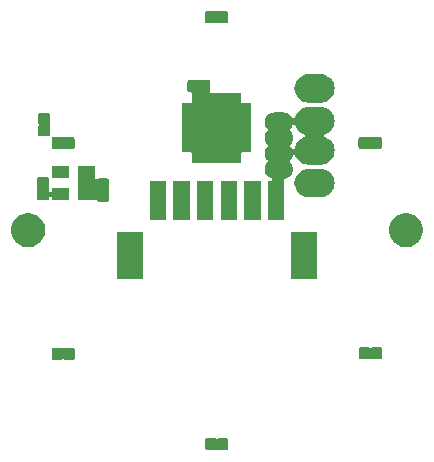
<source format=gbr>
G04 #@! TF.GenerationSoftware,KiCad,Pcbnew,5.0.1-33cea8e~67~ubuntu16.04.1*
G04 #@! TF.CreationDate,2018-10-18T10:50:00-04:00*
G04 #@! TF.ProjectId,MQP Kat Foot Sensors,4D5150204B617420466F6F742053656E,rev?*
G04 #@! TF.SameCoordinates,Original*
G04 #@! TF.FileFunction,Soldermask,Top*
G04 #@! TF.FilePolarity,Negative*
%FSLAX46Y46*%
G04 Gerber Fmt 4.6, Leading zero omitted, Abs format (unit mm)*
G04 Created by KiCad (PCBNEW 5.0.1-33cea8e~67~ubuntu16.04.1) date Thu 18 Oct 2018 10:50:00 AM EDT*
%MOMM*%
%LPD*%
G01*
G04 APERTURE LIST*
%ADD10C,0.100000*%
G04 APERTURE END LIST*
D10*
G36*
X-164026Y-17614148D02*
X-129432Y-17624642D01*
X-89872Y-17645787D01*
X-83931Y-17649757D01*
X-61292Y-17659136D01*
X-37259Y-17663917D01*
X-12755Y-17663919D01*
X11279Y-17659140D01*
X33918Y-17649763D01*
X39858Y-17645795D01*
X79432Y-17624642D01*
X114026Y-17614148D01*
X156141Y-17610000D01*
X763859Y-17610000D01*
X805974Y-17614148D01*
X840568Y-17624642D01*
X872441Y-17641678D01*
X900387Y-17664613D01*
X923322Y-17692559D01*
X940358Y-17724432D01*
X950852Y-17759026D01*
X955000Y-17801141D01*
X955000Y-18458859D01*
X950852Y-18500974D01*
X940358Y-18535568D01*
X923322Y-18567441D01*
X900387Y-18595387D01*
X872441Y-18618322D01*
X840568Y-18635358D01*
X805974Y-18645852D01*
X763859Y-18650000D01*
X156141Y-18650000D01*
X114026Y-18645852D01*
X79432Y-18635358D01*
X39872Y-18614213D01*
X33931Y-18610243D01*
X11292Y-18600864D01*
X-12741Y-18596083D01*
X-37245Y-18596081D01*
X-61279Y-18600860D01*
X-83918Y-18610237D01*
X-89858Y-18614205D01*
X-129432Y-18635358D01*
X-164026Y-18645852D01*
X-206141Y-18650000D01*
X-813859Y-18650000D01*
X-855974Y-18645852D01*
X-890568Y-18635358D01*
X-922441Y-18618322D01*
X-950387Y-18595387D01*
X-973322Y-18567441D01*
X-990358Y-18535568D01*
X-1000852Y-18500974D01*
X-1005000Y-18458859D01*
X-1005000Y-17801141D01*
X-1000852Y-17759026D01*
X-990358Y-17724432D01*
X-973322Y-17692559D01*
X-950387Y-17664613D01*
X-922441Y-17641678D01*
X-890568Y-17624642D01*
X-855974Y-17614148D01*
X-813859Y-17610000D01*
X-206141Y-17610000D01*
X-164026Y-17614148D01*
X-164026Y-17614148D01*
G37*
G36*
X-13174026Y-9954148D02*
X-13139432Y-9964642D01*
X-13099872Y-9985787D01*
X-13093931Y-9989757D01*
X-13071292Y-9999136D01*
X-13047259Y-10003917D01*
X-13022755Y-10003919D01*
X-12998721Y-9999140D01*
X-12976082Y-9989763D01*
X-12970142Y-9985795D01*
X-12930568Y-9964642D01*
X-12895974Y-9954148D01*
X-12853859Y-9950000D01*
X-12246141Y-9950000D01*
X-12204026Y-9954148D01*
X-12169432Y-9964642D01*
X-12137559Y-9981678D01*
X-12109613Y-10004613D01*
X-12086678Y-10032559D01*
X-12069642Y-10064432D01*
X-12059148Y-10099026D01*
X-12055000Y-10141141D01*
X-12055000Y-10798859D01*
X-12059148Y-10840974D01*
X-12069642Y-10875568D01*
X-12086678Y-10907441D01*
X-12109613Y-10935387D01*
X-12137559Y-10958322D01*
X-12169432Y-10975358D01*
X-12204026Y-10985852D01*
X-12246141Y-10990000D01*
X-12853859Y-10990000D01*
X-12895974Y-10985852D01*
X-12930568Y-10975358D01*
X-12970128Y-10954213D01*
X-12976069Y-10950243D01*
X-12998708Y-10940864D01*
X-13022741Y-10936083D01*
X-13047245Y-10936081D01*
X-13071279Y-10940860D01*
X-13093918Y-10950237D01*
X-13099858Y-10954205D01*
X-13139432Y-10975358D01*
X-13174026Y-10985852D01*
X-13216141Y-10990000D01*
X-13823859Y-10990000D01*
X-13865974Y-10985852D01*
X-13900568Y-10975358D01*
X-13932441Y-10958322D01*
X-13960387Y-10935387D01*
X-13983322Y-10907441D01*
X-14000358Y-10875568D01*
X-14010852Y-10840974D01*
X-14015000Y-10798859D01*
X-14015000Y-10141141D01*
X-14010852Y-10099026D01*
X-14000358Y-10064432D01*
X-13983322Y-10032559D01*
X-13960387Y-10004613D01*
X-13932441Y-9981678D01*
X-13900568Y-9964642D01*
X-13865974Y-9954148D01*
X-13823859Y-9950000D01*
X-13216141Y-9950000D01*
X-13174026Y-9954148D01*
X-13174026Y-9954148D01*
G37*
G36*
X12855974Y-9914148D02*
X12890568Y-9924642D01*
X12930128Y-9945787D01*
X12936069Y-9949757D01*
X12958708Y-9959136D01*
X12982741Y-9963917D01*
X13007245Y-9963919D01*
X13031279Y-9959140D01*
X13053918Y-9949763D01*
X13059858Y-9945795D01*
X13099432Y-9924642D01*
X13134026Y-9914148D01*
X13176141Y-9910000D01*
X13783859Y-9910000D01*
X13825974Y-9914148D01*
X13860568Y-9924642D01*
X13892441Y-9941678D01*
X13920387Y-9964613D01*
X13943322Y-9992559D01*
X13960358Y-10024432D01*
X13970852Y-10059026D01*
X13975000Y-10101141D01*
X13975000Y-10758859D01*
X13970852Y-10800974D01*
X13960358Y-10835568D01*
X13943322Y-10867441D01*
X13920387Y-10895387D01*
X13892441Y-10918322D01*
X13860568Y-10935358D01*
X13825974Y-10945852D01*
X13783859Y-10950000D01*
X13176141Y-10950000D01*
X13134026Y-10945852D01*
X13099432Y-10935358D01*
X13059872Y-10914213D01*
X13053931Y-10910243D01*
X13031292Y-10900864D01*
X13007259Y-10896083D01*
X12982755Y-10896081D01*
X12958721Y-10900860D01*
X12936082Y-10910237D01*
X12930142Y-10914205D01*
X12890568Y-10935358D01*
X12855974Y-10945852D01*
X12813859Y-10950000D01*
X12206141Y-10950000D01*
X12164026Y-10945852D01*
X12129432Y-10935358D01*
X12097559Y-10918322D01*
X12069613Y-10895387D01*
X12046678Y-10867441D01*
X12029642Y-10835568D01*
X12019148Y-10800974D01*
X12015000Y-10758859D01*
X12015000Y-10101141D01*
X12019148Y-10059026D01*
X12029642Y-10024432D01*
X12046678Y-9992559D01*
X12069613Y-9964613D01*
X12097559Y-9941678D01*
X12129432Y-9924642D01*
X12164026Y-9914148D01*
X12206141Y-9910000D01*
X12813859Y-9910000D01*
X12855974Y-9914148D01*
X12855974Y-9914148D01*
G37*
G36*
X-6250000Y-4150000D02*
X-8450000Y-4150000D01*
X-8450000Y-150000D01*
X-6250000Y-150000D01*
X-6250000Y-4150000D01*
X-6250000Y-4150000D01*
G37*
G36*
X8450000Y-4150000D02*
X6250000Y-4150000D01*
X6250000Y-150000D01*
X8450000Y-150000D01*
X8450000Y-4150000D01*
X8450000Y-4150000D01*
G37*
G36*
X-15577053Y1394278D02*
X-15313167Y1284973D01*
X-15075676Y1126287D01*
X-14873713Y924324D01*
X-14715027Y686833D01*
X-14605722Y422947D01*
X-14550000Y142814D01*
X-14550000Y-142814D01*
X-14605722Y-422947D01*
X-14715027Y-686833D01*
X-14873713Y-924324D01*
X-15075676Y-1126287D01*
X-15313167Y-1284973D01*
X-15577053Y-1394278D01*
X-15857186Y-1450000D01*
X-16142814Y-1450000D01*
X-16422947Y-1394278D01*
X-16686833Y-1284973D01*
X-16924324Y-1126287D01*
X-17126287Y-924324D01*
X-17284973Y-686833D01*
X-17394278Y-422947D01*
X-17450000Y-142814D01*
X-17450000Y142814D01*
X-17394278Y422947D01*
X-17284973Y686833D01*
X-17126287Y924324D01*
X-16924324Y1126287D01*
X-16686833Y1284973D01*
X-16422947Y1394278D01*
X-16142814Y1450000D01*
X-15857186Y1450000D01*
X-15577053Y1394278D01*
X-15577053Y1394278D01*
G37*
G36*
X16422947Y1394278D02*
X16686833Y1284973D01*
X16924324Y1126287D01*
X17126287Y924324D01*
X17284973Y686833D01*
X17394278Y422947D01*
X17450000Y142814D01*
X17450000Y-142814D01*
X17394278Y-422947D01*
X17284973Y-686833D01*
X17126287Y-924324D01*
X16924324Y-1126287D01*
X16686833Y-1284973D01*
X16422947Y-1394278D01*
X16142814Y-1450000D01*
X15857186Y-1450000D01*
X15577053Y-1394278D01*
X15313167Y-1284973D01*
X15075676Y-1126287D01*
X14873713Y-924324D01*
X14715027Y-686833D01*
X14605722Y-422947D01*
X14550000Y-142814D01*
X14550000Y142814D01*
X14605722Y422947D01*
X14715027Y686833D01*
X14873713Y924324D01*
X15075676Y1126287D01*
X15313167Y1284973D01*
X15577053Y1394278D01*
X15857186Y1450000D01*
X16142814Y1450000D01*
X16422947Y1394278D01*
X16422947Y1394278D01*
G37*
G36*
X-2300000Y850000D02*
X-3700000Y850000D01*
X-3700000Y4150000D01*
X-2300000Y4150000D01*
X-2300000Y850000D01*
X-2300000Y850000D01*
G37*
G36*
X8854208Y10446527D02*
X8995241Y10432637D01*
X9221442Y10364019D01*
X9221444Y10364018D01*
X9221447Y10364017D01*
X9429910Y10252592D01*
X9612634Y10102634D01*
X9762592Y9919910D01*
X9874017Y9711447D01*
X9874018Y9711444D01*
X9874019Y9711442D01*
X9942637Y9485241D01*
X9965806Y9250000D01*
X9942637Y9014759D01*
X9874019Y8788558D01*
X9874017Y8788553D01*
X9762592Y8580090D01*
X9612634Y8397366D01*
X9429910Y8247408D01*
X9221446Y8135982D01*
X9198496Y8129020D01*
X9167497Y8119617D01*
X9144861Y8110240D01*
X9124486Y8096626D01*
X9107159Y8079299D01*
X9093545Y8058925D01*
X9084168Y8036286D01*
X9079387Y8012252D01*
X9079387Y7987748D01*
X9084167Y7963715D01*
X9093545Y7941076D01*
X9107159Y7920701D01*
X9124486Y7903374D01*
X9144860Y7889760D01*
X9167497Y7880383D01*
X9198496Y7870980D01*
X9221446Y7864018D01*
X9429910Y7752592D01*
X9612634Y7602634D01*
X9762592Y7419910D01*
X9874017Y7211447D01*
X9874018Y7211444D01*
X9874019Y7211442D01*
X9942637Y6985241D01*
X9965806Y6750000D01*
X9942637Y6514759D01*
X9878334Y6302783D01*
X9874017Y6288553D01*
X9762592Y6080090D01*
X9612634Y5897366D01*
X9429910Y5747408D01*
X9221447Y5635983D01*
X9221444Y5635982D01*
X9221442Y5635981D01*
X8995241Y5567363D01*
X8854208Y5553473D01*
X8818951Y5550000D01*
X7701049Y5550000D01*
X7665792Y5553473D01*
X7524759Y5567363D01*
X7298558Y5635981D01*
X7298556Y5635982D01*
X7298553Y5635983D01*
X7090090Y5747408D01*
X6907366Y5897366D01*
X6757408Y6080090D01*
X6641839Y6296306D01*
X6639165Y6302763D01*
X6625553Y6323138D01*
X6608227Y6340467D01*
X6587854Y6354083D01*
X6565216Y6363462D01*
X6541183Y6368245D01*
X6516678Y6368247D01*
X6492644Y6363469D01*
X6470004Y6354094D01*
X6449629Y6340482D01*
X6432300Y6323156D01*
X6418684Y6302783D01*
X6409301Y6280134D01*
X6382678Y6192370D01*
X6308392Y6053392D01*
X6208423Y5931579D01*
X6202389Y5926627D01*
X6185062Y5909301D01*
X6171448Y5888926D01*
X6162070Y5866287D01*
X6157289Y5842254D01*
X6157289Y5817750D01*
X6162069Y5793716D01*
X6171446Y5771077D01*
X6185060Y5750702D01*
X6202389Y5733373D01*
X6208423Y5728421D01*
X6308392Y5606608D01*
X6382679Y5467629D01*
X6382679Y5467628D01*
X6428424Y5316827D01*
X6443870Y5160000D01*
X6428424Y5003173D01*
X6428247Y5002591D01*
X6382679Y4852371D01*
X6308392Y4713392D01*
X6208422Y4591578D01*
X6086608Y4491608D01*
X5947629Y4417321D01*
X5929283Y4411756D01*
X5796827Y4371576D01*
X5796824Y4371576D01*
X5788715Y4369116D01*
X5766076Y4359738D01*
X5745701Y4346125D01*
X5728374Y4328798D01*
X5714760Y4308423D01*
X5705383Y4285784D01*
X5700602Y4261751D01*
X5700000Y4249498D01*
X5700000Y850000D01*
X4300000Y850000D01*
X4300000Y4150000D01*
X4570929Y4150000D01*
X4595315Y4152402D01*
X4618764Y4159515D01*
X4640375Y4171066D01*
X4659317Y4186612D01*
X4674863Y4205554D01*
X4686414Y4227165D01*
X4693527Y4250614D01*
X4695929Y4275000D01*
X4693527Y4299386D01*
X4686414Y4322835D01*
X4674863Y4344446D01*
X4659317Y4363388D01*
X4640375Y4378934D01*
X4618764Y4390485D01*
X4607214Y4394618D01*
X4532371Y4417321D01*
X4393392Y4491608D01*
X4271578Y4591578D01*
X4171608Y4713392D01*
X4097321Y4852371D01*
X4051753Y5002591D01*
X4051576Y5003173D01*
X4036130Y5160000D01*
X4051576Y5316827D01*
X4097321Y5467628D01*
X4097321Y5467629D01*
X4171608Y5606608D01*
X4271577Y5728421D01*
X4277611Y5733373D01*
X4294938Y5750699D01*
X4308552Y5771074D01*
X4317930Y5793713D01*
X4322711Y5817746D01*
X4322711Y5842250D01*
X4317931Y5866284D01*
X4308554Y5888923D01*
X4294940Y5909298D01*
X4277611Y5926627D01*
X4271577Y5931579D01*
X4171608Y6053392D01*
X4097321Y6192371D01*
X4052397Y6340467D01*
X4051576Y6343173D01*
X4036130Y6500000D01*
X4051576Y6656827D01*
X4097321Y6807628D01*
X4097321Y6807629D01*
X4171608Y6946608D01*
X4276619Y7074565D01*
X4282749Y7080694D01*
X4296364Y7101067D01*
X4305743Y7123706D01*
X4310525Y7147739D01*
X4310527Y7172243D01*
X4305748Y7196277D01*
X4296372Y7218917D01*
X4282760Y7239292D01*
X4276628Y7245424D01*
X4171608Y7373392D01*
X4097321Y7512371D01*
X4051576Y7663174D01*
X4046092Y7718859D01*
X4036130Y7820000D01*
X4051576Y7976827D01*
X4081356Y8075000D01*
X4097321Y8127629D01*
X4171608Y8266608D01*
X4271577Y8388421D01*
X4277611Y8393373D01*
X4294938Y8410699D01*
X4308552Y8431074D01*
X4317930Y8453713D01*
X4322711Y8477746D01*
X4322711Y8502250D01*
X4322711Y8502254D01*
X6157289Y8502254D01*
X6157289Y8477750D01*
X6162069Y8453716D01*
X6171446Y8431077D01*
X6185060Y8410702D01*
X6202389Y8393373D01*
X6208423Y8388421D01*
X6308392Y8266608D01*
X6382679Y8127629D01*
X6398644Y8075000D01*
X6428424Y7976827D01*
X6443870Y7820000D01*
X6433909Y7718859D01*
X6428424Y7663174D01*
X6382679Y7512371D01*
X6308392Y7373392D01*
X6203381Y7245435D01*
X6197251Y7239306D01*
X6183636Y7218933D01*
X6174257Y7196294D01*
X6169475Y7172261D01*
X6169473Y7147757D01*
X6174252Y7123723D01*
X6183628Y7101083D01*
X6197240Y7080708D01*
X6203372Y7074576D01*
X6308393Y6946608D01*
X6338052Y6891120D01*
X6351666Y6870745D01*
X6368993Y6853418D01*
X6389368Y6839805D01*
X6412007Y6830427D01*
X6436040Y6825647D01*
X6460545Y6825647D01*
X6484578Y6830428D01*
X6507217Y6839805D01*
X6527592Y6853419D01*
X6544919Y6870746D01*
X6558532Y6891121D01*
X6567910Y6913760D01*
X6572690Y6937793D01*
X6575862Y6969996D01*
X6577363Y6985241D01*
X6645981Y7211442D01*
X6645982Y7211444D01*
X6645983Y7211447D01*
X6757408Y7419910D01*
X6907366Y7602634D01*
X7090090Y7752592D01*
X7298554Y7864018D01*
X7321504Y7870980D01*
X7352503Y7880383D01*
X7375139Y7889760D01*
X7395514Y7903374D01*
X7412841Y7920701D01*
X7426455Y7941075D01*
X7435832Y7963714D01*
X7440613Y7987748D01*
X7440613Y8012252D01*
X7435833Y8036285D01*
X7426455Y8058924D01*
X7412841Y8079299D01*
X7395514Y8096626D01*
X7375140Y8110240D01*
X7352503Y8119617D01*
X7321504Y8129020D01*
X7298554Y8135982D01*
X7090090Y8247408D01*
X6907366Y8397366D01*
X6757408Y8580090D01*
X6645982Y8788554D01*
X6627300Y8850142D01*
X6624268Y8860135D01*
X6614891Y8882773D01*
X6601277Y8903147D01*
X6583950Y8920474D01*
X6563576Y8934088D01*
X6540937Y8943466D01*
X6516903Y8948246D01*
X6492399Y8948246D01*
X6468366Y8943466D01*
X6445726Y8934088D01*
X6425352Y8920474D01*
X6408025Y8903147D01*
X6394411Y8882773D01*
X6385033Y8860132D01*
X6382679Y8852372D01*
X6308392Y8713392D01*
X6208423Y8591579D01*
X6202389Y8586627D01*
X6185062Y8569301D01*
X6171448Y8548926D01*
X6162070Y8526287D01*
X6157289Y8502254D01*
X4322711Y8502254D01*
X4317931Y8526284D01*
X4308554Y8548923D01*
X4294940Y8569298D01*
X4277611Y8586627D01*
X4271577Y8591579D01*
X4171608Y8713392D01*
X4097321Y8852371D01*
X4067314Y8951292D01*
X4051576Y9003173D01*
X4036130Y9160000D01*
X4051576Y9316827D01*
X4097321Y9467628D01*
X4097321Y9467629D01*
X4171608Y9606608D01*
X4271578Y9728422D01*
X4393392Y9828392D01*
X4532371Y9902679D01*
X4607772Y9925551D01*
X4683173Y9948424D01*
X4722351Y9952283D01*
X4800705Y9960000D01*
X5679295Y9960000D01*
X5757649Y9952283D01*
X5796827Y9948424D01*
X5872228Y9925551D01*
X5947629Y9902679D01*
X6086608Y9828392D01*
X6208422Y9728422D01*
X6308392Y9606608D01*
X6361213Y9507788D01*
X6374827Y9487414D01*
X6392154Y9470087D01*
X6412528Y9456473D01*
X6435167Y9447095D01*
X6459201Y9442315D01*
X6483705Y9442315D01*
X6507739Y9447095D01*
X6530378Y9456473D01*
X6550752Y9470087D01*
X6568079Y9487414D01*
X6581693Y9507788D01*
X6591068Y9530419D01*
X6645981Y9711442D01*
X6645982Y9711444D01*
X6645983Y9711447D01*
X6757408Y9919910D01*
X6907366Y10102634D01*
X7090090Y10252592D01*
X7298553Y10364017D01*
X7298556Y10364018D01*
X7298558Y10364019D01*
X7524759Y10432637D01*
X7665792Y10446527D01*
X7701049Y10450000D01*
X8818951Y10450000D01*
X8854208Y10446527D01*
X8854208Y10446527D01*
G37*
G36*
X3700000Y850000D02*
X2300000Y850000D01*
X2300000Y4150000D01*
X3700000Y4150000D01*
X3700000Y850000D01*
X3700000Y850000D01*
G37*
G36*
X1700000Y850000D02*
X300000Y850000D01*
X300000Y4150000D01*
X1700000Y4150000D01*
X1700000Y850000D01*
X1700000Y850000D01*
G37*
G36*
X-300000Y850000D02*
X-1700000Y850000D01*
X-1700000Y4150000D01*
X-300000Y4150000D01*
X-300000Y850000D01*
X-300000Y850000D01*
G37*
G36*
X-4300000Y850000D02*
X-5700000Y850000D01*
X-5700000Y4150000D01*
X-4300000Y4150000D01*
X-4300000Y850000D01*
X-4300000Y850000D01*
G37*
G36*
X-10310000Y4411756D02*
X-10307598Y4387370D01*
X-10300485Y4363921D01*
X-10288934Y4342310D01*
X-10273388Y4323368D01*
X-10254446Y4307822D01*
X-10232835Y4296271D01*
X-10209386Y4289158D01*
X-10185000Y4286756D01*
X-10160614Y4289158D01*
X-10137165Y4296271D01*
X-10115554Y4307822D01*
X-10105700Y4315130D01*
X-10077441Y4338322D01*
X-10045568Y4355358D01*
X-10010974Y4365852D01*
X-9968859Y4370000D01*
X-9311141Y4370000D01*
X-9269026Y4365852D01*
X-9234432Y4355358D01*
X-9202559Y4338322D01*
X-9174613Y4315387D01*
X-9151678Y4287441D01*
X-9134642Y4255568D01*
X-9124148Y4220974D01*
X-9120000Y4178859D01*
X-9120000Y3571141D01*
X-9124148Y3529026D01*
X-9134642Y3494432D01*
X-9155787Y3454872D01*
X-9159757Y3448931D01*
X-9169136Y3426292D01*
X-9173917Y3402259D01*
X-9173919Y3377755D01*
X-9169140Y3353721D01*
X-9159763Y3331082D01*
X-9155795Y3325142D01*
X-9134642Y3285568D01*
X-9124148Y3250974D01*
X-9120000Y3208859D01*
X-9120000Y2601141D01*
X-9124148Y2559026D01*
X-9134642Y2524432D01*
X-9151678Y2492559D01*
X-9174613Y2464613D01*
X-9202559Y2441678D01*
X-9234432Y2424642D01*
X-9269026Y2414148D01*
X-9311141Y2410000D01*
X-9968859Y2410000D01*
X-10010974Y2414148D01*
X-10045568Y2424642D01*
X-10077441Y2441678D01*
X-10105386Y2464612D01*
X-10109232Y2469299D01*
X-10126559Y2486626D01*
X-10146934Y2500240D01*
X-10169573Y2509617D01*
X-10193606Y2514398D01*
X-10205859Y2515000D01*
X-11770000Y2515000D01*
X-11770000Y5465000D01*
X-10310000Y5465000D01*
X-10310000Y4411756D01*
X-10310000Y4411756D01*
G37*
G36*
X-14369026Y4465852D02*
X-14334432Y4455358D01*
X-14302559Y4438322D01*
X-14274613Y4415387D01*
X-14251678Y4387441D01*
X-14234642Y4355568D01*
X-14224148Y4320974D01*
X-14220000Y4278859D01*
X-14220000Y3690000D01*
X-14218929Y3679126D01*
X-14219398Y3677253D01*
X-14224148Y3629026D01*
X-14234642Y3594432D01*
X-14255787Y3554872D01*
X-14259757Y3548931D01*
X-14269136Y3526292D01*
X-14273917Y3502259D01*
X-14273919Y3477755D01*
X-14269140Y3453721D01*
X-14259763Y3431082D01*
X-14255795Y3425142D01*
X-14234642Y3385568D01*
X-14224148Y3350974D01*
X-14219398Y3302747D01*
X-14214617Y3278714D01*
X-14205240Y3256075D01*
X-14191626Y3235700D01*
X-14174298Y3218373D01*
X-14153924Y3204759D01*
X-14131285Y3195382D01*
X-14107251Y3190602D01*
X-14082747Y3190602D01*
X-14058714Y3195383D01*
X-14036075Y3204760D01*
X-14015700Y3218374D01*
X-13998373Y3235702D01*
X-13984759Y3256076D01*
X-13975382Y3278715D01*
X-13970000Y3315000D01*
X-13970000Y3565000D01*
X-12510000Y3565000D01*
X-12510000Y2515000D01*
X-13970000Y2515000D01*
X-13970000Y2695000D01*
X-13972402Y2719386D01*
X-13979515Y2742835D01*
X-13991066Y2764446D01*
X-14006612Y2783388D01*
X-14025554Y2798934D01*
X-14047165Y2810485D01*
X-14070614Y2817598D01*
X-14095000Y2820000D01*
X-14119386Y2817598D01*
X-14142835Y2810485D01*
X-14164446Y2798934D01*
X-14183388Y2783388D01*
X-14198934Y2764446D01*
X-14210485Y2742835D01*
X-14219398Y2707253D01*
X-14224148Y2659026D01*
X-14234642Y2624432D01*
X-14251678Y2592559D01*
X-14274613Y2564613D01*
X-14302559Y2541678D01*
X-14334432Y2524642D01*
X-14369026Y2514148D01*
X-14411141Y2510000D01*
X-15068859Y2510000D01*
X-15110974Y2514148D01*
X-15145568Y2524642D01*
X-15177441Y2541678D01*
X-15205387Y2564613D01*
X-15228322Y2592559D01*
X-15245358Y2624432D01*
X-15255852Y2659026D01*
X-15260000Y2701141D01*
X-15260000Y3308859D01*
X-15255852Y3350974D01*
X-15245358Y3385568D01*
X-15224213Y3425128D01*
X-15220243Y3431069D01*
X-15210864Y3453708D01*
X-15206083Y3477741D01*
X-15206081Y3502245D01*
X-15210860Y3526279D01*
X-15220237Y3548918D01*
X-15224205Y3554858D01*
X-15245358Y3594432D01*
X-15255852Y3629026D01*
X-15260000Y3671141D01*
X-15260000Y4278859D01*
X-15255852Y4320974D01*
X-15245358Y4355568D01*
X-15228322Y4387441D01*
X-15205387Y4415387D01*
X-15177441Y4438322D01*
X-15145568Y4455358D01*
X-15110974Y4465852D01*
X-15068859Y4470000D01*
X-14411141Y4470000D01*
X-14369026Y4465852D01*
X-14369026Y4465852D01*
G37*
G36*
X8854208Y5196527D02*
X8995241Y5182637D01*
X9221442Y5114019D01*
X9221444Y5114018D01*
X9221447Y5114017D01*
X9429910Y5002592D01*
X9612634Y4852634D01*
X9762592Y4669910D01*
X9874017Y4461447D01*
X9874018Y4461444D01*
X9874019Y4461442D01*
X9942637Y4235241D01*
X9965806Y4000000D01*
X9942637Y3764759D01*
X9874019Y3538558D01*
X9874017Y3538553D01*
X9762592Y3330090D01*
X9612634Y3147366D01*
X9429910Y2997408D01*
X9221447Y2885983D01*
X9221444Y2885982D01*
X9221442Y2885981D01*
X8995241Y2817363D01*
X8854208Y2803473D01*
X8818951Y2800000D01*
X7701049Y2800000D01*
X7665792Y2803473D01*
X7524759Y2817363D01*
X7298558Y2885981D01*
X7298556Y2885982D01*
X7298553Y2885983D01*
X7090090Y2997408D01*
X6907366Y3147366D01*
X6757408Y3330090D01*
X6645983Y3538553D01*
X6645981Y3538558D01*
X6577363Y3764759D01*
X6554194Y4000000D01*
X6577363Y4235241D01*
X6645981Y4461442D01*
X6645982Y4461444D01*
X6645983Y4461447D01*
X6757408Y4669910D01*
X6907366Y4852634D01*
X7090090Y5002592D01*
X7298553Y5114017D01*
X7298556Y5114018D01*
X7298558Y5114019D01*
X7524759Y5182637D01*
X7665792Y5196527D01*
X7701049Y5200000D01*
X8818951Y5200000D01*
X8854208Y5196527D01*
X8854208Y5196527D01*
G37*
G36*
X-12510000Y4415000D02*
X-13970000Y4415000D01*
X-13970000Y5465000D01*
X-12510000Y5465000D01*
X-12510000Y4415000D01*
X-12510000Y4415000D01*
G37*
G36*
X-1674026Y12715852D02*
X-1639432Y12705358D01*
X-1599872Y12684213D01*
X-1593931Y12680243D01*
X-1571292Y12670864D01*
X-1547259Y12666083D01*
X-1522755Y12666081D01*
X-1498721Y12670860D01*
X-1476082Y12680237D01*
X-1470142Y12684205D01*
X-1430568Y12705358D01*
X-1395974Y12715852D01*
X-1353859Y12720000D01*
X-746141Y12720000D01*
X-704026Y12715852D01*
X-669432Y12705358D01*
X-637559Y12688322D01*
X-609613Y12665387D01*
X-586678Y12637441D01*
X-569642Y12605568D01*
X-559148Y12570974D01*
X-555000Y12528859D01*
X-555000Y11871141D01*
X-559148Y11829026D01*
X-569641Y11794433D01*
X-575259Y11783923D01*
X-584636Y11761284D01*
X-589416Y11737250D01*
X-589416Y11712746D01*
X-584635Y11688713D01*
X-575257Y11666074D01*
X-561643Y11645699D01*
X-544316Y11628372D01*
X-523941Y11614759D01*
X-501302Y11605382D01*
X-465018Y11600000D01*
X2025000Y11600000D01*
X2025000Y10850000D01*
X2027402Y10825614D01*
X2034515Y10802165D01*
X2046066Y10780554D01*
X2061612Y10761612D01*
X2080554Y10746066D01*
X2102165Y10734515D01*
X2125614Y10727402D01*
X2150000Y10725000D01*
X2900000Y10725000D01*
X2900000Y6575000D01*
X2150000Y6575000D01*
X2125614Y6572598D01*
X2102165Y6565485D01*
X2080554Y6553934D01*
X2061612Y6538388D01*
X2046066Y6519446D01*
X2034515Y6497835D01*
X2027402Y6474386D01*
X2025000Y6450000D01*
X2025000Y5700000D01*
X-2125000Y5700000D01*
X-2125000Y6450000D01*
X-2127402Y6474386D01*
X-2134515Y6497835D01*
X-2146066Y6519446D01*
X-2161612Y6538388D01*
X-2180554Y6553934D01*
X-2202165Y6565485D01*
X-2225614Y6572598D01*
X-2250000Y6575000D01*
X-3000000Y6575000D01*
X-3000000Y10725000D01*
X-2250000Y10725000D01*
X-2225614Y10727402D01*
X-2202165Y10734515D01*
X-2180554Y10746066D01*
X-2161612Y10761612D01*
X-2146066Y10780554D01*
X-2134515Y10802165D01*
X-2127402Y10825614D01*
X-2125000Y10850000D01*
X-2125000Y11555000D01*
X-2127402Y11579386D01*
X-2134515Y11602835D01*
X-2146066Y11624446D01*
X-2161612Y11643388D01*
X-2180554Y11658934D01*
X-2202165Y11670485D01*
X-2225614Y11677598D01*
X-2250000Y11680000D01*
X-2323859Y11680000D01*
X-2365974Y11684148D01*
X-2400568Y11694642D01*
X-2432441Y11711678D01*
X-2460387Y11734613D01*
X-2483322Y11762559D01*
X-2500358Y11794432D01*
X-2510852Y11829026D01*
X-2515000Y11871141D01*
X-2515000Y12528859D01*
X-2510852Y12570974D01*
X-2500358Y12605568D01*
X-2483322Y12637441D01*
X-2460387Y12665387D01*
X-2432441Y12688322D01*
X-2400568Y12705358D01*
X-2365974Y12715852D01*
X-2323859Y12720000D01*
X-1716141Y12720000D01*
X-1674026Y12715852D01*
X-1674026Y12715852D01*
G37*
G36*
X-13174026Y7895852D02*
X-13139432Y7885358D01*
X-13099872Y7864213D01*
X-13093931Y7860243D01*
X-13071292Y7850864D01*
X-13047259Y7846083D01*
X-13022755Y7846081D01*
X-12998721Y7850860D01*
X-12976082Y7860237D01*
X-12970142Y7864205D01*
X-12930568Y7885358D01*
X-12895974Y7895852D01*
X-12853859Y7900000D01*
X-12246141Y7900000D01*
X-12204026Y7895852D01*
X-12169432Y7885358D01*
X-12137559Y7868322D01*
X-12109613Y7845387D01*
X-12086678Y7817441D01*
X-12069642Y7785568D01*
X-12059148Y7750974D01*
X-12055000Y7708859D01*
X-12055000Y7051141D01*
X-12059148Y7009026D01*
X-12069642Y6974432D01*
X-12086678Y6942559D01*
X-12109613Y6914613D01*
X-12137559Y6891678D01*
X-12169432Y6874642D01*
X-12204026Y6864148D01*
X-12246141Y6860000D01*
X-12853859Y6860000D01*
X-12895974Y6864148D01*
X-12930568Y6874642D01*
X-12970128Y6895787D01*
X-12976069Y6899757D01*
X-12998708Y6909136D01*
X-13022741Y6913917D01*
X-13047245Y6913919D01*
X-13071279Y6909140D01*
X-13093918Y6899763D01*
X-13099858Y6895795D01*
X-13139432Y6874642D01*
X-13174026Y6864148D01*
X-13216141Y6860000D01*
X-13823859Y6860000D01*
X-13865974Y6864148D01*
X-13900568Y6874642D01*
X-13932441Y6891678D01*
X-13960387Y6914613D01*
X-13983322Y6942559D01*
X-14000358Y6974432D01*
X-14010852Y7009026D01*
X-14015000Y7051141D01*
X-14015000Y7708859D01*
X-14010852Y7750974D01*
X-14000358Y7785568D01*
X-13983322Y7817442D01*
X-13981692Y7819427D01*
X-13968825Y7838682D01*
X-13967385Y7839644D01*
X-13932442Y7868322D01*
X-13900568Y7885358D01*
X-13865974Y7895852D01*
X-13823859Y7900000D01*
X-13216141Y7900000D01*
X-13174026Y7895852D01*
X-13174026Y7895852D01*
G37*
G36*
X12815974Y7905852D02*
X12850568Y7895358D01*
X12890128Y7874213D01*
X12896069Y7870243D01*
X12918708Y7860864D01*
X12942741Y7856083D01*
X12967245Y7856081D01*
X12991279Y7860860D01*
X13013918Y7870237D01*
X13019858Y7874205D01*
X13059432Y7895358D01*
X13094026Y7905852D01*
X13136141Y7910000D01*
X13743859Y7910000D01*
X13785974Y7905852D01*
X13820568Y7895358D01*
X13852441Y7878322D01*
X13880387Y7855387D01*
X13903322Y7827441D01*
X13920358Y7795568D01*
X13930852Y7760974D01*
X13935000Y7718859D01*
X13935000Y7061141D01*
X13930852Y7019026D01*
X13920358Y6984432D01*
X13903322Y6952559D01*
X13880387Y6924613D01*
X13852441Y6901678D01*
X13820568Y6884642D01*
X13785974Y6874148D01*
X13743859Y6870000D01*
X13136141Y6870000D01*
X13094026Y6874148D01*
X13059432Y6884642D01*
X13019872Y6905787D01*
X13013931Y6909757D01*
X12991292Y6919136D01*
X12967259Y6923917D01*
X12942755Y6923919D01*
X12918721Y6919140D01*
X12896082Y6909763D01*
X12890142Y6905795D01*
X12850568Y6884642D01*
X12815974Y6874148D01*
X12773859Y6870000D01*
X12166141Y6870000D01*
X12124026Y6874148D01*
X12089432Y6884642D01*
X12057559Y6901678D01*
X12029613Y6924613D01*
X12006678Y6952559D01*
X11989642Y6984432D01*
X11979148Y7019026D01*
X11975000Y7061141D01*
X11975000Y7718859D01*
X11979148Y7760974D01*
X11989642Y7795568D01*
X12006678Y7827441D01*
X12029613Y7855387D01*
X12057559Y7878322D01*
X12089432Y7895358D01*
X12124026Y7905852D01*
X12166141Y7910000D01*
X12773859Y7910000D01*
X12815974Y7905852D01*
X12815974Y7905852D01*
G37*
G36*
X-14259026Y9890852D02*
X-14224432Y9880358D01*
X-14192559Y9863322D01*
X-14164613Y9840387D01*
X-14141678Y9812441D01*
X-14124642Y9780568D01*
X-14114148Y9745974D01*
X-14110000Y9703859D01*
X-14110000Y9096141D01*
X-14114148Y9054026D01*
X-14124642Y9019432D01*
X-14145787Y8979872D01*
X-14149757Y8973931D01*
X-14159136Y8951292D01*
X-14163917Y8927259D01*
X-14163919Y8902755D01*
X-14159140Y8878721D01*
X-14149763Y8856082D01*
X-14145795Y8850142D01*
X-14124642Y8810568D01*
X-14114148Y8775974D01*
X-14110000Y8733859D01*
X-14110000Y8126141D01*
X-14114148Y8084026D01*
X-14124642Y8049432D01*
X-14141678Y8017558D01*
X-14143308Y8015573D01*
X-14156175Y7996318D01*
X-14157615Y7995356D01*
X-14192558Y7966678D01*
X-14224432Y7949642D01*
X-14259026Y7939148D01*
X-14301141Y7935000D01*
X-14958859Y7935000D01*
X-15000974Y7939148D01*
X-15035568Y7949642D01*
X-15067441Y7966678D01*
X-15095387Y7989613D01*
X-15118322Y8017559D01*
X-15135358Y8049432D01*
X-15145852Y8084026D01*
X-15150000Y8126141D01*
X-15150000Y8733859D01*
X-15145852Y8775974D01*
X-15135358Y8810568D01*
X-15114213Y8850128D01*
X-15110243Y8856069D01*
X-15100864Y8878708D01*
X-15096083Y8902741D01*
X-15096081Y8927245D01*
X-15100860Y8951279D01*
X-15110237Y8973918D01*
X-15114205Y8979858D01*
X-15135358Y9019432D01*
X-15145852Y9054026D01*
X-15150000Y9096141D01*
X-15150000Y9703859D01*
X-15145852Y9745974D01*
X-15135358Y9780568D01*
X-15118322Y9812441D01*
X-15095387Y9840387D01*
X-15067441Y9863322D01*
X-15035568Y9880358D01*
X-15000974Y9890852D01*
X-14958859Y9895000D01*
X-14301141Y9895000D01*
X-14259026Y9890852D01*
X-14259026Y9890852D01*
G37*
G36*
X8854208Y13196527D02*
X8995241Y13182637D01*
X9221442Y13114019D01*
X9221444Y13114018D01*
X9221447Y13114017D01*
X9429910Y13002592D01*
X9612634Y12852634D01*
X9762592Y12669910D01*
X9874017Y12461447D01*
X9874018Y12461444D01*
X9874019Y12461442D01*
X9942637Y12235241D01*
X9965806Y12000000D01*
X9942637Y11764759D01*
X9874019Y11538558D01*
X9874017Y11538553D01*
X9762592Y11330090D01*
X9612634Y11147366D01*
X9429910Y10997408D01*
X9221447Y10885983D01*
X9221444Y10885982D01*
X9221442Y10885981D01*
X8995241Y10817363D01*
X8854208Y10803473D01*
X8818951Y10800000D01*
X7701049Y10800000D01*
X7665792Y10803473D01*
X7524759Y10817363D01*
X7298558Y10885981D01*
X7298556Y10885982D01*
X7298553Y10885983D01*
X7090090Y10997408D01*
X6907366Y11147366D01*
X6757408Y11330090D01*
X6645983Y11538553D01*
X6645981Y11538558D01*
X6577363Y11764759D01*
X6554194Y12000000D01*
X6577363Y12235241D01*
X6645981Y12461442D01*
X6645982Y12461444D01*
X6645983Y12461447D01*
X6757408Y12669910D01*
X6907366Y12852634D01*
X7090090Y13002592D01*
X7298553Y13114017D01*
X7298556Y13114018D01*
X7298558Y13114019D01*
X7524759Y13182637D01*
X7665792Y13196527D01*
X7701049Y13200000D01*
X8818951Y13200000D01*
X8854208Y13196527D01*
X8854208Y13196527D01*
G37*
G36*
X-189026Y18545852D02*
X-154432Y18535358D01*
X-114872Y18514213D01*
X-108931Y18510243D01*
X-86292Y18500864D01*
X-62259Y18496083D01*
X-37755Y18496081D01*
X-13721Y18500860D01*
X8918Y18510237D01*
X14858Y18514205D01*
X54432Y18535358D01*
X89026Y18545852D01*
X131141Y18550000D01*
X738859Y18550000D01*
X780974Y18545852D01*
X815568Y18535358D01*
X847441Y18518322D01*
X875387Y18495387D01*
X898322Y18467441D01*
X915358Y18435568D01*
X925852Y18400974D01*
X930000Y18358859D01*
X930000Y17701141D01*
X925852Y17659026D01*
X915358Y17624432D01*
X898322Y17592559D01*
X875387Y17564613D01*
X847441Y17541678D01*
X815568Y17524642D01*
X780974Y17514148D01*
X738859Y17510000D01*
X131141Y17510000D01*
X89026Y17514148D01*
X54432Y17524642D01*
X14872Y17545787D01*
X8931Y17549757D01*
X-13708Y17559136D01*
X-37741Y17563917D01*
X-62245Y17563919D01*
X-86279Y17559140D01*
X-108918Y17549763D01*
X-114858Y17545795D01*
X-154432Y17524642D01*
X-189026Y17514148D01*
X-231141Y17510000D01*
X-838859Y17510000D01*
X-880974Y17514148D01*
X-915568Y17524642D01*
X-947441Y17541678D01*
X-975387Y17564613D01*
X-998322Y17592559D01*
X-1015358Y17624432D01*
X-1025852Y17659026D01*
X-1030000Y17701141D01*
X-1030000Y18358859D01*
X-1025852Y18400974D01*
X-1015358Y18435568D01*
X-998322Y18467441D01*
X-975387Y18495387D01*
X-947441Y18518322D01*
X-915568Y18535358D01*
X-880974Y18545852D01*
X-838859Y18550000D01*
X-231141Y18550000D01*
X-189026Y18545852D01*
X-189026Y18545852D01*
G37*
M02*

</source>
